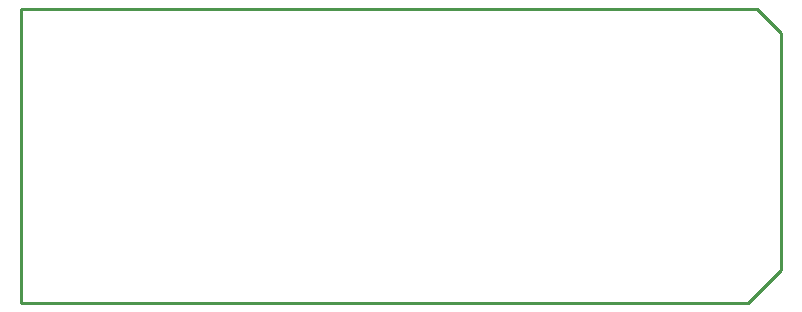
<source format=gko>
G04 Layer_Color=16711935*
%FSLAX25Y25*%
%MOIN*%
G70*
G01*
G75*
%ADD120C,0.01000*%
D120*
X-56777Y86986D02*
X188605D01*
X196749Y78841D01*
X185830Y-11021D02*
X196749Y-101D01*
Y78841D01*
X-56777Y-11021D02*
X185830D01*
X-56777D02*
Y86986D01*
M02*

</source>
